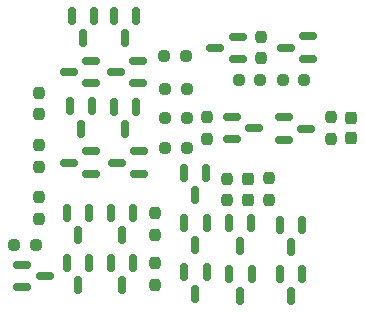
<source format=gbr>
%TF.GenerationSoftware,KiCad,Pcbnew,8.0.3*%
%TF.CreationDate,2024-10-06T13:21:57+03:00*%
%TF.ProjectId,JLC9,4a4c4339-2e6b-4696-9361-645f70636258,rev?*%
%TF.SameCoordinates,Original*%
%TF.FileFunction,Paste,Top*%
%TF.FilePolarity,Positive*%
%FSLAX46Y46*%
G04 Gerber Fmt 4.6, Leading zero omitted, Abs format (unit mm)*
G04 Created by KiCad (PCBNEW 8.0.3) date 2024-10-06 13:21:57*
%MOMM*%
%LPD*%
G01*
G04 APERTURE LIST*
G04 Aperture macros list*
%AMRoundRect*
0 Rectangle with rounded corners*
0 $1 Rounding radius*
0 $2 $3 $4 $5 $6 $7 $8 $9 X,Y pos of 4 corners*
0 Add a 4 corners polygon primitive as box body*
4,1,4,$2,$3,$4,$5,$6,$7,$8,$9,$2,$3,0*
0 Add four circle primitives for the rounded corners*
1,1,$1+$1,$2,$3*
1,1,$1+$1,$4,$5*
1,1,$1+$1,$6,$7*
1,1,$1+$1,$8,$9*
0 Add four rect primitives between the rounded corners*
20,1,$1+$1,$2,$3,$4,$5,0*
20,1,$1+$1,$4,$5,$6,$7,0*
20,1,$1+$1,$6,$7,$8,$9,0*
20,1,$1+$1,$8,$9,$2,$3,0*%
G04 Aperture macros list end*
%ADD10RoundRect,0.237500X0.237500X-0.287500X0.237500X0.287500X-0.237500X0.287500X-0.237500X-0.287500X0*%
%ADD11RoundRect,0.150000X-0.150000X0.587500X-0.150000X-0.587500X0.150000X-0.587500X0.150000X0.587500X0*%
%ADD12RoundRect,0.237500X-0.250000X-0.237500X0.250000X-0.237500X0.250000X0.237500X-0.250000X0.237500X0*%
%ADD13RoundRect,0.150000X0.587500X0.150000X-0.587500X0.150000X-0.587500X-0.150000X0.587500X-0.150000X0*%
%ADD14RoundRect,0.150000X-0.587500X-0.150000X0.587500X-0.150000X0.587500X0.150000X-0.587500X0.150000X0*%
%ADD15RoundRect,0.237500X0.237500X-0.250000X0.237500X0.250000X-0.237500X0.250000X-0.237500X-0.250000X0*%
%ADD16RoundRect,0.237500X-0.237500X0.250000X-0.237500X-0.250000X0.237500X-0.250000X0.237500X0.250000X0*%
%ADD17RoundRect,0.237500X0.250000X0.237500X-0.250000X0.237500X-0.250000X-0.237500X0.250000X-0.237500X0*%
G04 APERTURE END LIST*
D10*
%TO.C,D2*%
X224215094Y-74794852D03*
X224215094Y-76544852D03*
%TD*%
D11*
%TO.C,Q6*%
X219146344Y-85757352D03*
X218196344Y-83882352D03*
X220096344Y-83882352D03*
%TD*%
D12*
%TO.C,R11*%
X210340094Y-77344852D03*
X208515094Y-77344852D03*
%TD*%
D10*
%TO.C,D1*%
X215490094Y-80007352D03*
X215490094Y-81757352D03*
%TD*%
D11*
%TO.C,Q24*%
X201515094Y-68032352D03*
X200565094Y-66157352D03*
X202465094Y-66157352D03*
%TD*%
D13*
%TO.C,Q23*%
X204352594Y-70907352D03*
X206227594Y-69957352D03*
X206227594Y-71857352D03*
%TD*%
D11*
%TO.C,Q14*%
X205102594Y-75782352D03*
X204152594Y-73907352D03*
X206052594Y-73907352D03*
%TD*%
D14*
%TO.C,Q18*%
X198277594Y-88219852D03*
X196402594Y-89169852D03*
X196402594Y-87269852D03*
%TD*%
D15*
%TO.C,R4*%
X217270094Y-79907352D03*
X217270094Y-81732352D03*
%TD*%
D11*
%TO.C,Q5*%
X219146344Y-89882352D03*
X218196344Y-88007352D03*
X220096344Y-88007352D03*
%TD*%
%TO.C,Q4*%
X211040094Y-85607352D03*
X210090094Y-83732352D03*
X211990094Y-83732352D03*
%TD*%
D13*
%TO.C,Q16*%
X200340094Y-78594852D03*
X202215094Y-77644852D03*
X202215094Y-79544852D03*
%TD*%
D14*
%TO.C,Q8*%
X220427594Y-75719852D03*
X218552594Y-76669852D03*
X218552594Y-74769852D03*
%TD*%
D11*
%TO.C,Q3*%
X214815094Y-85632352D03*
X213865094Y-83757352D03*
X215765094Y-83757352D03*
%TD*%
D16*
%TO.C,R3*%
X216621344Y-69782352D03*
X216621344Y-67957352D03*
%TD*%
%TO.C,R2*%
X212052594Y-76582352D03*
X212052594Y-74757352D03*
%TD*%
D15*
%TO.C,R15*%
X197790094Y-72682352D03*
X197790094Y-74507352D03*
%TD*%
D13*
%TO.C,Q13*%
X204402594Y-78594852D03*
X206277594Y-77644852D03*
X206277594Y-79544852D03*
%TD*%
D11*
%TO.C,Q7*%
X210990094Y-81319852D03*
X210040094Y-79444852D03*
X211940094Y-79444852D03*
%TD*%
D15*
%TO.C,R6*%
X222552594Y-74757352D03*
X222552594Y-76582352D03*
%TD*%
D13*
%TO.C,Q11*%
X218683844Y-68869852D03*
X220558844Y-67919852D03*
X220558844Y-69819852D03*
%TD*%
%TO.C,Q20*%
X200352594Y-70907352D03*
X202227594Y-69957352D03*
X202227594Y-71857352D03*
%TD*%
D12*
%TO.C,R14*%
X210340094Y-72344852D03*
X208515094Y-72344852D03*
%TD*%
%TO.C,R8*%
X210340094Y-74844852D03*
X208515094Y-74844852D03*
%TD*%
D11*
%TO.C,Q15*%
X204840094Y-84719852D03*
X203890094Y-82844852D03*
X205790094Y-82844852D03*
%TD*%
D15*
%TO.C,R9*%
X207590094Y-82869852D03*
X207590094Y-84694852D03*
%TD*%
D14*
%TO.C,Q1*%
X215990094Y-75669852D03*
X214115094Y-76619852D03*
X214115094Y-74719852D03*
%TD*%
D17*
%TO.C,R12*%
X208427594Y-69594852D03*
X210252594Y-69594852D03*
%TD*%
D16*
%TO.C,R13*%
X207590094Y-88944852D03*
X207590094Y-87119852D03*
%TD*%
D11*
%TO.C,Q21*%
X205090094Y-68032352D03*
X204140094Y-66157352D03*
X206040094Y-66157352D03*
%TD*%
D12*
%TO.C,R5*%
X216533844Y-71619852D03*
X214708844Y-71619852D03*
%TD*%
D11*
%TO.C,Q9*%
X214865094Y-89872352D03*
X213915094Y-87997352D03*
X215815094Y-87997352D03*
%TD*%
D15*
%TO.C,R16*%
X197790094Y-77107352D03*
X197790094Y-78932352D03*
%TD*%
D11*
%TO.C,Q19*%
X204840094Y-88969852D03*
X203890094Y-87094852D03*
X205790094Y-87094852D03*
%TD*%
%TO.C,Q22*%
X201090094Y-88969852D03*
X200140094Y-87094852D03*
X202040094Y-87094852D03*
%TD*%
D15*
%TO.C,R17*%
X197790094Y-81519852D03*
X197790094Y-83344852D03*
%TD*%
D13*
%TO.C,Q2*%
X212746344Y-68919852D03*
X214621344Y-67969852D03*
X214621344Y-69869852D03*
%TD*%
D11*
%TO.C,Q10*%
X211040094Y-89757352D03*
X210090094Y-87882352D03*
X211990094Y-87882352D03*
%TD*%
D12*
%TO.C,R10*%
X197552594Y-85582352D03*
X195727594Y-85582352D03*
%TD*%
D16*
%TO.C,R1*%
X213740094Y-81794852D03*
X213740094Y-79969852D03*
%TD*%
D11*
%TO.C,Q17*%
X201352594Y-75719852D03*
X200402594Y-73844852D03*
X202302594Y-73844852D03*
%TD*%
D17*
%TO.C,R7*%
X218458844Y-71619852D03*
X220283844Y-71619852D03*
%TD*%
D11*
%TO.C,Q12*%
X201090094Y-84719852D03*
X200140094Y-82844852D03*
X202040094Y-82844852D03*
%TD*%
M02*

</source>
